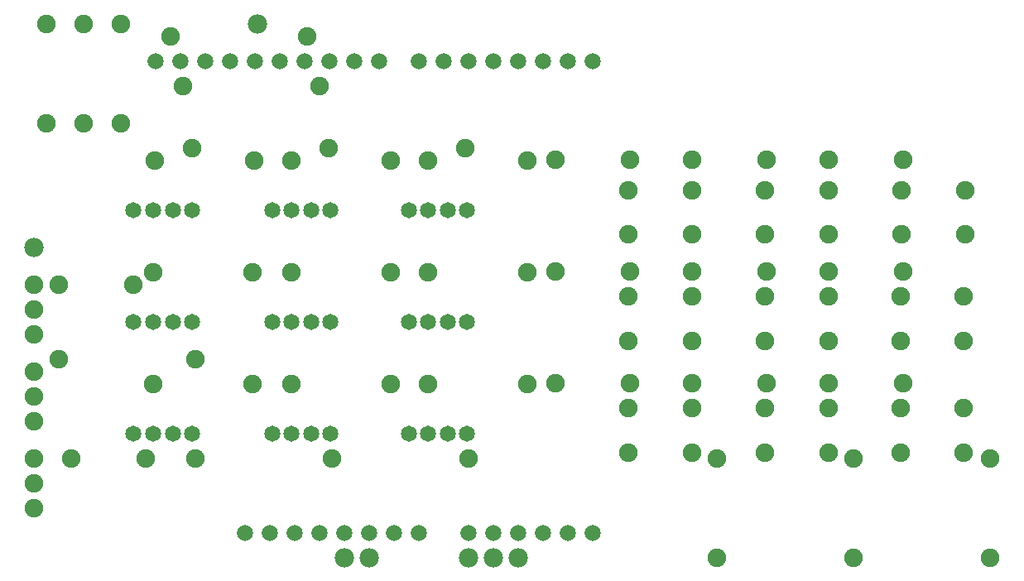
<source format=gtl>
G04 MADE WITH FRITZING*
G04 WWW.FRITZING.ORG*
G04 DOUBLE SIDED*
G04 HOLES PLATED*
G04 CONTOUR ON CENTER OF CONTOUR VECTOR*
%ASAXBY*%
%FSLAX23Y23*%
%MOIN*%
%OFA0B0*%
%SFA1.0B1.0*%
%ADD10C,0.065000*%
%ADD11C,0.075000*%
%ADD12C,0.078000*%
%ADD13C,0.065278*%
%LNCOPPER1*%
G90*
G70*
G54D10*
X1761Y1112D03*
X1840Y1112D03*
X1918Y1112D03*
X1997Y1112D03*
X1761Y662D03*
X1840Y662D03*
X1918Y662D03*
X1997Y662D03*
X1761Y1562D03*
X1840Y1562D03*
X1918Y1562D03*
X1997Y1562D03*
X1211Y1112D03*
X1290Y1112D03*
X1368Y1112D03*
X1447Y1112D03*
X1211Y662D03*
X1290Y662D03*
X1368Y662D03*
X1447Y662D03*
X1211Y1562D03*
X1290Y1562D03*
X1368Y1562D03*
X1447Y1562D03*
X653Y662D03*
X732Y662D03*
X811Y662D03*
X890Y662D03*
X653Y1112D03*
X732Y1112D03*
X811Y1112D03*
X890Y1112D03*
X653Y1562D03*
X732Y1562D03*
X811Y1562D03*
X890Y1562D03*
G54D11*
X2240Y1762D03*
X1840Y1762D03*
X1690Y1762D03*
X1290Y1762D03*
X2240Y1312D03*
X1840Y1312D03*
X1690Y1312D03*
X1290Y1312D03*
X1132Y1312D03*
X732Y1312D03*
X1140Y1762D03*
X740Y1762D03*
X2240Y862D03*
X1840Y862D03*
X1690Y862D03*
X1290Y862D03*
X1132Y862D03*
X732Y862D03*
X903Y562D03*
X1453Y562D03*
X1453Y562D03*
X2003Y562D03*
X890Y1812D03*
X1440Y1812D03*
X1440Y1812D03*
X1990Y1812D03*
X253Y912D03*
X253Y812D03*
X253Y712D03*
X253Y562D03*
X253Y462D03*
X253Y362D03*
X1353Y2262D03*
X803Y2262D03*
X1403Y2062D03*
X853Y2062D03*
X253Y1262D03*
X253Y1162D03*
X253Y1062D03*
X353Y1262D03*
X653Y1262D03*
G54D12*
X1153Y2312D03*
G54D11*
X403Y562D03*
X703Y562D03*
X353Y962D03*
X903Y962D03*
X2903Y1463D03*
X2647Y1463D03*
X2903Y1640D03*
X2647Y1640D03*
X2903Y585D03*
X2647Y585D03*
X2903Y763D03*
X2647Y763D03*
X2903Y1035D03*
X2647Y1035D03*
X2903Y1213D03*
X2647Y1213D03*
X3453Y585D03*
X3197Y585D03*
X3453Y763D03*
X3197Y763D03*
X3453Y1463D03*
X3197Y1463D03*
X3453Y1640D03*
X3197Y1640D03*
X3997Y585D03*
X3741Y585D03*
X3997Y763D03*
X3741Y763D03*
X4003Y1463D03*
X3747Y1463D03*
X4003Y1640D03*
X3747Y1640D03*
X3453Y1035D03*
X3197Y1035D03*
X3453Y1213D03*
X3197Y1213D03*
X3997Y1035D03*
X3741Y1035D03*
X3997Y1213D03*
X3741Y1213D03*
X3003Y162D03*
X3003Y562D03*
X3553Y162D03*
X3553Y562D03*
X4103Y162D03*
X4103Y562D03*
X2353Y1313D03*
X2653Y1313D03*
X3453Y1313D03*
X3753Y1313D03*
X2653Y1763D03*
X2353Y1763D03*
X3453Y863D03*
X3753Y863D03*
X2903Y1313D03*
X3203Y1313D03*
X3203Y1763D03*
X2903Y1763D03*
X3753Y1763D03*
X3453Y1763D03*
X2353Y863D03*
X2653Y863D03*
X2903Y863D03*
X3203Y863D03*
G54D12*
X253Y1412D03*
X2003Y162D03*
X2103Y162D03*
X2203Y162D03*
X1503Y162D03*
X1603Y162D03*
G54D11*
X303Y2312D03*
X303Y1912D03*
X603Y2312D03*
X603Y1912D03*
G54D13*
X2103Y262D03*
X2203Y262D03*
X2303Y262D03*
X2403Y262D03*
X2503Y262D03*
X1643Y2162D03*
X1543Y2162D03*
X1443Y2162D03*
X1343Y2162D03*
X1243Y2162D03*
X1143Y2162D03*
X1043Y2162D03*
X943Y2162D03*
X843Y2162D03*
X743Y2162D03*
X2503Y2162D03*
X2403Y2162D03*
X2303Y2162D03*
X2203Y2162D03*
X2103Y2162D03*
X2003Y2162D03*
X1903Y2162D03*
X1803Y2162D03*
X1203Y262D03*
X1103Y262D03*
X1303Y262D03*
X1403Y262D03*
X1503Y262D03*
X1603Y262D03*
X1703Y262D03*
X1803Y262D03*
X2003Y262D03*
G54D11*
X453Y2312D03*
X453Y1912D03*
G04 End of Copper1*
M02*
</source>
